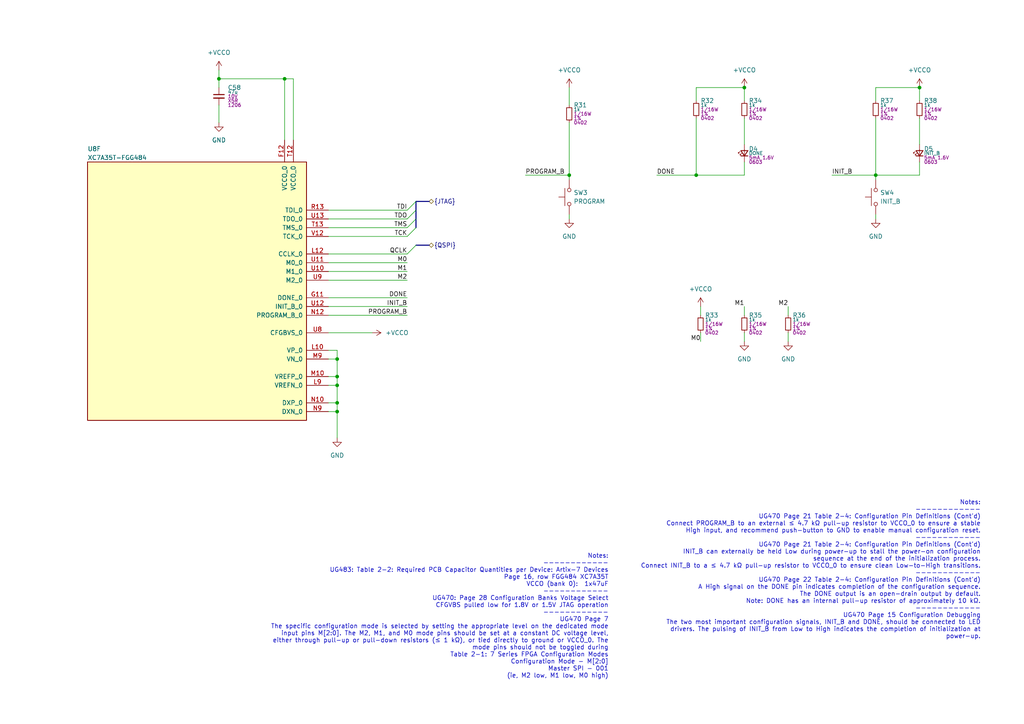
<source format=kicad_sch>
(kicad_sch (version 20230121) (generator eeschema)
  (paper "A4")
  (title_block (title "PCIeDMA") (date "2023-02-14") (rev "1"))
  (bus_alias "QSPI" (members "CS" "QCLK" "D[0..3]"))
  (bus_alias "JTAG" (members "TDI" "TDO" "TCK" "TMS" "TRST"))
  (junction (at 201.93 50.8))
  (junction (at 97.79 119.38))
  (junction (at 165.1 50.8))
  (junction (at 97.79 111.76))
  (junction (at 266.7 25.4))
  (junction (at 215.9 25.4))
  (junction (at 254 50.8))
  (junction (at 97.79 109.22))
  (junction (at 97.79 104.14))
  (junction (at 63.5 22.86))
  (junction (at 97.79 116.84))
  (junction (at 82.55 22.86))
  (bus_entry (at 120.65 71.12) (size -2.54 2.54))
  (bus_entry (at 118.11 66.04) (size 2.54 -2.54))
  (bus_entry (at 118.11 60.96) (size 2.54 -2.54))
  (bus_entry (at 120.65 66.04) (size -2.54 2.54))
  (bus_entry (at 118.11 63.5) (size 2.54 -2.54))
  (wire (pts (xy 266.7 25.4) (xy 266.7 29.21)))
  (wire (pts (xy 165.1 25.4) (xy 165.1 30.48)))
  (wire (pts (xy 95.25 63.5) (xy 118.11 63.5)))
  (wire (pts (xy 95.25 109.22) (xy 97.79 109.22)))
  (wire (pts (xy 95.25 96.52) (xy 107.95 96.52)))
  (wire (pts (xy 215.9 25.4) (xy 215.9 29.21)))
  (wire (pts (xy 203.2 96.52) (xy 203.2 99.06)))
  (bus (pts (xy 124.46 71.12) (xy 120.65 71.12)))
  (wire (pts (xy 63.5 22.86) (xy 82.55 22.86)))
  (wire (pts (xy 95.25 60.96) (xy 118.11 60.96)))
  (wire (pts (xy 201.93 34.29) (xy 201.93 50.8)))
  (wire (pts (xy 215.9 25.4) (xy 201.93 25.4)))
  (wire (pts (xy 97.79 116.84) (xy 97.79 119.38)))
  (wire (pts (xy 215.9 34.29) (xy 215.9 41.91)))
  (wire (pts (xy 254 50.8) (xy 254 52.07)))
  (wire (pts (xy 97.79 104.14) (xy 97.79 109.22)))
  (wire (pts (xy 266.7 34.29) (xy 266.7 41.91)))
  (wire (pts (xy 254 62.23) (xy 254 63.5)))
  (bus (pts (xy 120.65 63.5) (xy 120.65 60.96)))
  (wire (pts (xy 201.93 50.8) (xy 215.9 50.8)))
  (wire (pts (xy 63.5 22.86) (xy 63.5 25.4)))
  (wire (pts (xy 165.1 35.56) (xy 165.1 50.8)))
  (wire (pts (xy 82.55 40.64) (xy 82.55 22.86)))
  (wire (pts (xy 63.5 30.48) (xy 63.5 35.56)))
  (wire (pts (xy 254 34.29) (xy 254 50.8)))
  (wire (pts (xy 95.25 104.14) (xy 97.79 104.14)))
  (wire (pts (xy 190.5 50.8) (xy 201.93 50.8)))
  (wire (pts (xy 254 50.8) (xy 266.7 50.8)))
  (wire (pts (xy 215.9 99.06) (xy 215.9 96.52)))
  (wire (pts (xy 228.6 88.9) (xy 228.6 91.44)))
  (wire (pts (xy 95.25 73.66) (xy 118.11 73.66)))
  (wire (pts (xy 95.25 119.38) (xy 97.79 119.38)))
  (wire (pts (xy 95.25 76.2) (xy 118.11 76.2)))
  (wire (pts (xy 215.9 46.99) (xy 215.9 50.8)))
  (bus (pts (xy 120.65 58.42) (xy 124.46 58.42)))
  (wire (pts (xy 95.25 86.36) (xy 118.11 86.36)))
  (wire (pts (xy 165.1 50.8) (xy 165.1 52.07)))
  (wire (pts (xy 241.3 50.8) (xy 254 50.8)))
  (wire (pts (xy 95.25 116.84) (xy 97.79 116.84)))
  (wire (pts (xy 95.25 91.44) (xy 118.11 91.44)))
  (wire (pts (xy 152.4 50.8) (xy 165.1 50.8)))
  (wire (pts (xy 95.25 101.6) (xy 97.79 101.6)))
  (bus (pts (xy 120.65 66.04) (xy 120.65 63.5)))
  (wire (pts (xy 95.25 68.58) (xy 118.11 68.58)))
  (wire (pts (xy 95.25 81.28) (xy 118.11 81.28)))
  (wire (pts (xy 95.25 111.76) (xy 97.79 111.76)))
  (wire (pts (xy 254 25.4) (xy 266.7 25.4)))
  (wire (pts (xy 97.79 119.38) (xy 97.79 127)))
  (wire (pts (xy 228.6 99.06) (xy 228.6 96.52)))
  (bus (pts (xy 120.65 60.96) (xy 120.65 58.42)))
  (wire (pts (xy 95.25 66.04) (xy 118.11 66.04)))
  (wire (pts (xy 63.5 20.32) (xy 63.5 22.86)))
  (wire (pts (xy 266.7 46.99) (xy 266.7 50.8)))
  (wire (pts (xy 165.1 62.23) (xy 165.1 63.5)))
  (wire (pts (xy 85.09 40.64) (xy 85.09 22.86)))
  (wire (pts (xy 95.25 88.9) (xy 118.11 88.9)))
  (wire (pts (xy 97.79 101.6) (xy 97.79 104.14)))
  (wire (pts (xy 85.09 22.86) (xy 82.55 22.86)))
  (wire (pts (xy 97.79 111.76) (xy 97.79 116.84)))
  (wire (pts (xy 215.9 88.9) (xy 215.9 91.44)))
  (wire (pts (xy 95.25 78.74) (xy 118.11 78.74)))
  (wire (pts (xy 201.93 25.4) (xy 201.93 29.21)))
  (wire (pts (xy 203.2 88.9) (xy 203.2 91.44)))
  (wire (pts (xy 254 25.4) (xy 254 29.21)))
  (wire (pts (xy 97.79 109.22) (xy 97.79 111.76)))
  (text "Notes:\n------------\nUG470 Page 21 Table 2-4: Configuration Pin Definitions (Cont'd)\nConnect PROGRAM_B to an external ≤ 4.7 kΩ pull-up resistor to VCCO_0 to ensure a stable\nHigh input, and recommend push-button to GND to enable manual configuration reset.\n------------\nUG470 Page 21 Table 2-4: Configuration Pin Definitions (Cont'd)\nINIT_B can externally be held Low during power-up to stall the power-on configuration\nsequence at the end of the initialization process.\nConnect INIT_B to a ≤ 4.7 kΩ pull-up resistor to VCCO_0 to ensure clean Low-to-High transitions.\n------------\nUG470 Page 22 Table 2-4: Configuration Pin Definitions (Cont'd)\nA High signal on the DONE pin indicates completion of the configuration sequence.\nThe DONE output is an open-drain output by default.\nNote: DONE has an internal pull-up resistor of approximately 10 kΩ.\n------------\nUG470 Page 15 Configuration Debugging\nThe two most important configuration signals, INIT_B and DONE, should be connected to LED\ndrivers. The pulsing of INIT_B from Low to High indicates the completion of initialization at\npower-up." (at 284.48 185.42 0) (effects (font (size 1.27 1.27)) (justify right bottom)))
  (text "Notes:\n------------\nUG483: Table 2-2: Required PCB Capacitor Quantities per Device: Artix-7 Devices\nPage 16, row FGG484 XC7A35T\nVCCO (bank 0):  1x47uF\n------------\nUG470: Page 28 Configuration Banks Voltage Select\nCFGVBS pulled low for 1.8V or 1.5V JTAG operation\n------------\nUG470 Page 7\nThe specific configuration mode is selected by setting the appropriate level on the dedicated mode\ninput pins M[2:0]. The M2, M1, and M0 mode pins should be set at a constant DC voltage level,\neither through pull-up or pull-down resistors (≤ 1 kΩ), or tied directly to ground or VCCO_0. The\nmode pins should not be toggled during\nTable 2-1: 7 Series FPGA Configuration Modes\nConfiguration Mode - M[2:0]\nMaster SPI - 001\n(ie, M2 low, M1 low, M0 high)" (at 176.53 196.85 0) (effects (font (size 1.27 1.27)) (justify right bottom)))
  (label "QCLK" (at 118.11 73.66 180))
  (label "DONE" (at 190.5 50.8 0))
  (label "M1" (at 215.9 88.9 180))
  (label "DONE" (at 118.11 86.36 180))
  (label "TMS" (at 118.11 66.04 180))
  (label "TCK" (at 118.11 68.58 180))
  (label "M2" (at 118.11 81.28 180))
  (label "M0" (at 203.2 99.06 180))
  (label "INIT_B" (at 118.11 88.9 180))
  (label "M2" (at 228.6 88.9 180))
  (label "PROGRAM_B" (at 152.4 50.8 0))
  (label "TDI" (at 118.11 60.96 180))
  (label "INIT_B" (at 241.3 50.8 0))
  (label "M1" (at 118.11 78.74 180))
  (label "M0" (at 118.11 76.2 180))
  (label "PROGRAM_B" (at 118.11 91.44 180))
  (label "TDO" (at 118.11 63.5 180))
  (hierarchical_label "{JTAG}" (shape bidirectional) (at 124.46 58.42 0))
  (hierarchical_label "{QSPI}" (shape bidirectional) (at 124.46 71.12 0))
  (symbol (lib_id "Device:R_Small") (at 228.6 93.98 0) (unit 1)
    (property "Reference" "R36" (at 229.87 91.44 0) (effects (justify left)))
    (property "Value" "1k" (at 229.87 92.71 0) (effects (font (size 1 1)) (justify left)))
    (property "Footprint" "Resistor_SMD:R_0402_1005Metric" (effects hide))
    (property "Rating" "1/16W" (at 229.87 93.98 0) (effects (font (size 1 1)) (justify left)))
    (property "Tolerance" "1%" (at 229.87 95.25 0) (effects (font (size 1 1)) (justify left)))
    (property "Size" "0402" (at 229.87 96.52 0) (effects (font (size 1 1)) (justify left)))
  )
  (symbol (lib_id "power:GND") (at 215.9 99.06 0) (unit 1)
    (property "Reference" "#PWR075" (effects hide))
    (property "Value" "GND" (at 215.9 104.14 0))
  )
  (symbol (lib_id "Device:R_Small") (at 215.9 93.98 0) (unit 1)
    (property "Reference" "R35" (at 217.17 91.44 0) (effects (justify left)))
    (property "Value" "1k" (at 217.17 92.71 0) (effects (font (size 1 1)) (justify left)))
    (property "Footprint" "Resistor_SMD:R_0402_1005Metric" (effects hide))
    (property "Rating" "1/16W" (at 217.17 93.98 0) (effects (font (size 1 1)) (justify left)))
    (property "Tolerance" "1%" (at 217.17 95.25 0) (effects (font (size 1 1)) (justify left)))
    (property "Size" "0402" (at 217.17 96.52 0) (effects (font (size 1 1)) (justify left)))
  )
  (symbol (lib_id "Switch:SW_Push") (at 165.1 57.15 90) (unit 1)
    (property "Reference" "SW3" (at 166.37 55.8799 90) (effects (justify right)))
    (property "Value" "PROGRAM" (at 166.37 58.4199 90) (effects (justify right)))
    (property "Footprint" "Button_Switch_SMD:SW_SPST_B3U-1000P" (effects hide))
  )
  (symbol (lib_id "power:GND") (at 254 63.5 0) (unit 1)
    (property "Reference" "#PWR077" (effects hide))
    (property "Value" "GND" (at 254 68.58 0))
  )
  (symbol (lib_id "FPGA_Xilinx_Artix7:XC7A35T-FGG484") (at 57.15 81.28 0) (unit 6)
    (property "Reference" "U8" (at 25.4 43.18 0) (effects (justify left)))
    (property "Value" "XC7A35T-FGG484" (at 25.4 45.72 0) (effects (justify left)))
    (property "Footprint" "Package_BGA:Xilinx_FGG484" (effects hide))
  )
  (symbol (lib_id "Device:LED_Small") (at 266.7 44.45 90) (unit 1)
    (property "Reference" "D5" (at 267.97 43.18 90) (effects (justify right)))
    (property "Value" "INIT_B" (at 267.97 44.45 90) (effects (font (size 1 1)) (justify right)))
    (property "Footprint" "LED_SMD:LED_0603_1608Metric" (effects hide))
    (property "Rating" "5mA 1.6V" (at 267.97 45.72 90) (effects (font (size 1 1)) (justify right)))
    (property "Size" "0603" (at 267.97 46.99 90) (effects (font (size 1 1)) (justify right)))
  )
  (symbol (lib_id "Device:LED_Small") (at 215.9 44.45 90) (unit 1)
    (property "Reference" "D4" (at 217.17 43.18 90) (effects (justify right)))
    (property "Value" "DONE" (at 217.17 44.45 90) (effects (font (size 1 1)) (justify right)))
    (property "Footprint" "LED_SMD:LED_0603_1608Metric" (effects hide))
    (property "Rating" "5mA 1.6V" (at 217.17 45.72 90) (effects (font (size 1 1)) (justify right)))
    (property "Size" "0603" (at 217.17 46.99 90) (effects (font (size 1 1)) (justify right)))
  )
  (symbol (lib_id "Device:R_Small") (at 254 31.75 0) (unit 1)
    (property "Reference" "R37" (at 255.27 29.21 0) (effects (justify left)))
    (property "Value" "1k" (at 255.27 30.48 0) (effects (font (size 1 1)) (justify left)))
    (property "Footprint" "Resistor_SMD:R_0402_1005Metric" (effects hide))
    (property "Rating" "1/16W" (at 255.27 31.75 0) (effects (font (size 1 1)) (justify left)))
    (property "Tolerance" "1%" (at 255.27 33.02 0) (effects (font (size 1 1)) (justify left)))
    (property "Size" "0402" (at 255.27 34.29 0) (effects (font (size 1 1)) (justify left)))
  )
  (symbol (lib_id "PCIeDMA:+VCCO") (at 203.2 88.9 0) (unit 1)
    (property "Reference" "#PWR073" (effects hide))
    (property "Value" "+VCCO" (at 203.2 83.82 0))
  )
  (symbol (lib_id "PCIeDMA:+VCCO") (at 215.9 25.4 0) (unit 1)
    (property "Reference" "#PWR074" (effects hide))
    (property "Value" "+VCCO" (at 215.9 20.32 0))
  )
  (symbol (lib_id "PCIeDMA:+VCCO") (at 165.1 25.4 0) (unit 1)
    (property "Reference" "#PWR071" (effects hide))
    (property "Value" "+VCCO" (at 165.1 20.32 0))
  )
  (symbol (lib_id "PCIeDMA:+VCCO") (at 63.5 20.32 0) (unit 1)
    (property "Reference" "#PWR067" (effects hide))
    (property "Value" "+VCCO" (at 63.5 15.24 0))
  )
  (symbol (lib_id "Device:R_Small") (at 215.9 31.75 0) (unit 1)
    (property "Reference" "R34" (at 217.17 29.21 0) (effects (justify left)))
    (property "Value" "1k" (at 217.17 30.48 0) (effects (font (size 1 1)) (justify left)))
    (property "Footprint" "Resistor_SMD:R_0402_1005Metric" (effects hide))
    (property "Rating" "1/16W" (at 217.17 31.75 0) (effects (font (size 1 1)) (justify left)))
    (property "Tolerance" "1%" (at 217.17 33.02 0) (effects (font (size 1 1)) (justify left)))
    (property "Size" "0402" (at 217.17 34.29 0) (effects (font (size 1 1)) (justify left)))
  )
  (symbol (lib_id "Switch:SW_Push") (at 254 57.15 90) (unit 1)
    (property "Reference" "SW4" (at 255.27 55.8799 90) (effects (justify right)))
    (property "Value" "INIT_B" (at 255.27 58.4199 90) (effects (justify right)))
    (property "Footprint" "Button_Switch_SMD:SW_SPST_B3U-1000P" (effects hide))
  )
  (symbol (lib_id "power:GND") (at 63.5 35.56 0) (unit 1)
    (property "Reference" "#PWR068" (effects hide))
    (property "Value" "GND" (at 63.5 40.64 0))
  )
  (symbol (lib_id "Device:R_Small") (at 165.1 33.02 0) (unit 1)
    (property "Reference" "R31" (at 166.37 30.48 0) (effects (justify left)))
    (property "Value" "1k" (at 166.37 31.75 0) (effects (font (size 1 1)) (justify left)))
    (property "Footprint" "Resistor_SMD:R_0402_1005Metric" (effects hide))
    (property "Rating" "1/16W" (at 166.37 33.02 0) (effects (font (size 1 1)) (justify left)))
    (property "Tolerance" "1%" (at 166.37 34.29 0) (effects (font (size 1 1)) (justify left)))
    (property "Size" "0402" (at 166.37 35.56 0) (effects (font (size 1 1)) (justify left)))
  )
  (symbol (lib_id "power:GND") (at 97.79 127 0) (unit 1)
    (property "Reference" "#PWR069" (effects hide))
    (property "Value" "GND" (at 97.79 132.08 0))
  )
  (symbol (lib_id "power:GND") (at 165.1 63.5 0) (unit 1)
    (property "Reference" "#PWR072" (effects hide))
    (property "Value" "GND" (at 165.1 68.58 0))
  )
  (symbol (lib_id "Device:C_Small") (at 63.5 27.94 0) (unit 1)
    (property "Reference" "C58" (at 66.04 25.4 0) (effects (justify left)))
    (property "Value" "47u" (at 66.04 26.67 0) (effects (font (size 1 1)) (justify left)))
    (property "Footprint" "Capacitor_SMD:C_1206_3216Metric" (effects hide))
    (property "Rating" "10V" (at 66.04 27.94 0) (effects (font (size 1 1)) (justify left)))
    (property "Class" "X5R" (at 66.04 29.21 0) (effects (font (size 1 1)) (justify left)))
    (property "Size" "1206" (at 66.04 30.48 0) (effects (font (size 1 1)) (justify left)))
  )
  (symbol (lib_id "PCIeDMA:+VCCO") (at 107.95 96.52 270) (unit 1)
    (property "Reference" "#PWR070" (effects hide))
    (property "Value" "+VCCO" (at 111.76 96.5199 90) (effects (justify left)))
  )
  (symbol (lib_id "Device:R_Small") (at 203.2 93.98 0) (unit 1)
    (property "Reference" "R33" (at 204.47 91.44 0) (effects (justify left)))
    (property "Value" "1k" (at 204.47 92.71 0) (effects (font (size 1 1)) (justify left)))
    (property "Footprint" "Resistor_SMD:R_0402_1005Metric" (effects hide))
    (property "Rating" "1/16W" (at 204.47 93.98 0) (effects (font (size 1 1)) (justify left)))
    (property "Tolerance" "1%" (at 204.47 95.25 0) (effects (font (size 1 1)) (justify left)))
    (property "Size" "0402" (at 204.47 96.52 0) (effects (font (size 1 1)) (justify left)))
  )
  (symbol (lib_id "power:GND") (at 228.6 99.06 0) (unit 1)
    (property "Reference" "#PWR076" (effects hide))
    (property "Value" "GND" (at 228.6 104.14 0))
  )
  (symbol (lib_id "Device:R_Small") (at 266.7 31.75 0) (unit 1)
    (property "Reference" "R38" (at 267.97 29.21 0) (effects (justify left)))
    (property "Value" "1k" (at 267.97 30.48 0) (effects (font (size 1 1)) (justify left)))
    (property "Footprint" "Resistor_SMD:R_0402_1005Metric" (effects hide))
    (property "Rating" "1/16W" (at 267.97 31.75 0) (effects (font (size 1 1)) (justify left)))
    (property "Tolerance" "1%" (at 267.97 33.02 0) (effects (font (size 1 1)) (justify left)))
    (property "Size" "0402" (at 267.97 34.29 0) (effects (font (size 1 1)) (justify left)))
  )
  (symbol (lib_id "PCIeDMA:+VCCO") (at 266.7 25.4 0) (unit 1)
    (property "Reference" "#PWR078" (effects hide))
    (property "Value" "+VCCO" (at 266.7 20.32 0))
  )
  (symbol (lib_id "Device:R_Small") (at 201.93 31.75 0) (unit 1)
    (property "Reference" "R32" (at 203.2 29.21 0) (effects (justify left)))
    (property "Value" "1k" (at 203.2 30.48 0) (effects (font (size 1 1)) (justify left)))
    (property "Footprint" "Resistor_SMD:R_0402_1005Metric" (effects hide))
    (property "Rating" "1/16W" (at 203.2 31.75 0) (effects (font (size 1 1)) (justify left)))
    (property "Tolerance" "1%" (at 203.2 33.02 0) (effects (font (size 1 1)) (justify left)))
    (property "Size" "0402" (at 203.2 34.29 0) (effects (font (size 1 1)) (justify left)))
  )
)
</source>
